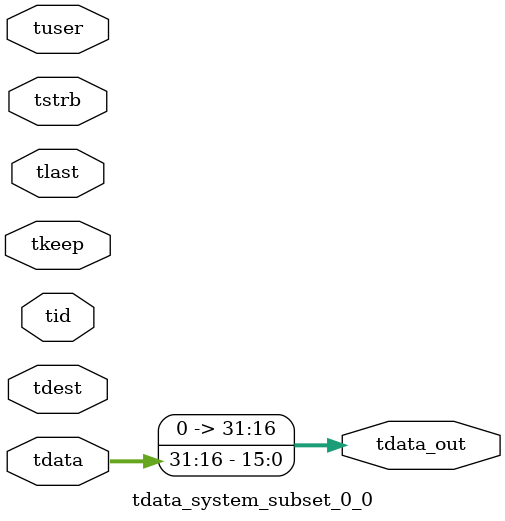
<source format=v>


`timescale 1ps/1ps

module tdata_system_subset_0_0 #
(
parameter C_S_AXIS_TDATA_WIDTH = 32,
parameter C_S_AXIS_TUSER_WIDTH = 0,
parameter C_S_AXIS_TID_WIDTH   = 0,
parameter C_S_AXIS_TDEST_WIDTH = 0,
parameter C_M_AXIS_TDATA_WIDTH = 32
)
(
input  [(C_S_AXIS_TDATA_WIDTH == 0 ? 1 : C_S_AXIS_TDATA_WIDTH)-1:0     ] tdata,
input  [(C_S_AXIS_TUSER_WIDTH == 0 ? 1 : C_S_AXIS_TUSER_WIDTH)-1:0     ] tuser,
input  [(C_S_AXIS_TID_WIDTH   == 0 ? 1 : C_S_AXIS_TID_WIDTH)-1:0       ] tid,
input  [(C_S_AXIS_TDEST_WIDTH == 0 ? 1 : C_S_AXIS_TDEST_WIDTH)-1:0     ] tdest,
input  [(C_S_AXIS_TDATA_WIDTH/8)-1:0 ] tkeep,
input  [(C_S_AXIS_TDATA_WIDTH/8)-1:0 ] tstrb,
input                                                                    tlast,
output [C_M_AXIS_TDATA_WIDTH-1:0] tdata_out
);

assign tdata_out = {tdata[31:16]};

endmodule


</source>
